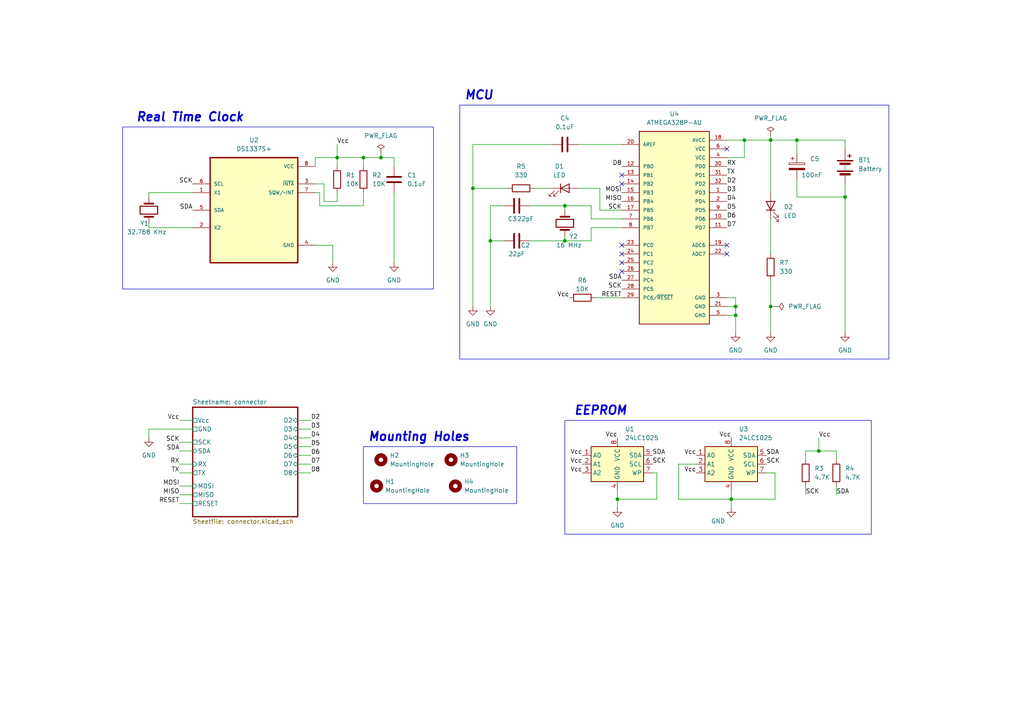
<source format=kicad_sch>
(kicad_sch (version 20230121) (generator eeschema)
  (paper "A4")
  (title_block (title "${project_name}") (date "2023-08-25") (rev "1"))
  (lib_symbols
    (symbol "ATMEGA328P-AU:ATMEGA328P-AU" (pin_names (offset 1.016))
      (property "Reference" "U4" (at 0 33.02 0))
      (property "Value" "ATMEGA328P-AU" (at 0 30.48 0))
      (symbol "ATMEGA328P-AU_0_0"
        (rectangle (start -10.16 27.94) (end 10.16 -27.94) (stroke (width 0.254)) (fill (type background)))
        (pin bidirectional line (at 15.24 10.16 180) (length 5.08) (name "PD3") (number "1"))
        (pin bidirectional line (at 15.24 2.54 180) (length 5.08) (name "PD6") (number "10"))
        (pin bidirectional line (at 15.24 0 180) (length 5.08) (name "PD7") (number "11"))
        (pin bidirectional line (at -15.24 17.78 0) (length 5.08) (name "PB0") (number "12"))
        (pin bidirectional line (at -15.24 15.24 0) (length 5.08) (name "PB1") (number "13"))
        (pin bidirectional line (at -15.24 12.7 0) (length 5.08) (name "PB2") (number "14"))
        (pin bidirectional line (at -15.24 10.16 0) (length 5.08) (name "PB3") (number "15"))
        (pin bidirectional line (at -15.24 7.62 0) (length 5.08) (name "PB4") (number "16"))
        (pin bidirectional line (at -15.24 5.08 0) (length 5.08) (name "PB5") (number "17"))
        (pin power_in line (at 15.24 25.4 180) (length 5.08) (name "AVCC") (number "18"))
        (pin bidirectional line (at 15.24 -5.08 180) (length 5.08) (name "ADC6") (number "19"))
        (pin bidirectional line (at 15.24 7.62 180) (length 5.08) (name "PD4") (number "2"))
        (pin power_in line (at 15.24 -22.86 180) (length 5.08) (name "GND") (number "21"))
        (pin bidirectional line (at 15.24 -7.62 180) (length 5.08) (name "ADC7") (number "22"))
        (pin bidirectional line (at -15.24 -5.08 0) (length 5.08) (name "PC0") (number "23"))
        (pin bidirectional line (at -15.24 -7.62 0) (length 5.08) (name "PC1") (number "24"))
        (pin bidirectional line (at -15.24 -10.16 0) (length 5.08) (name "PC2") (number "25"))
        (pin bidirectional line (at -15.24 -12.7 0) (length 5.08) (name "PC3") (number "26"))
        (pin bidirectional line (at -15.24 -15.24 0) (length 5.08) (name "PC4") (number "27"))
        (pin bidirectional line (at -15.24 -17.78 0) (length 5.08) (name "PC5") (number "28"))
        (pin bidirectional line (at -15.24 -20.32 0) (length 5.08) (name "PC6/~{RESET}") (number "29"))
        (pin power_in line (at 15.24 -20.32 180) (length 5.08) (name "GND") (number "3"))
        (pin bidirectional line (at 15.24 17.78 180) (length 5.08) (name "PD0") (number "30"))
        (pin bidirectional line (at 15.24 15.24 180) (length 5.08) (name "PD1") (number "31"))
        (pin bidirectional line (at 15.24 12.7 180) (length 5.08) (name "PD2") (number "32"))
        (pin power_in line (at 15.24 20.32 180) (length 5.08) (name "VCC") (number "4"))
        (pin power_in line (at 15.24 -25.4 180) (length 5.08) (name "GND") (number "5"))
        (pin power_in line (at 15.24 22.86 180) (length 5.08) (name "VCC") (number "6"))
        (pin bidirectional line (at -15.24 2.54 0) (length 5.08) (name "PB6") (number "7"))
        (pin bidirectional line (at -15.24 0 0) (length 5.08) (name "PB7") (number "8"))
        (pin bidirectional line (at 15.24 5.08 180) (length 5.08) (name "PD5") (number "9"))
      )
      (symbol "ATMEGA328P-AU_1_0"
        (pin input line (at -15.24 24.13 0) (length 5.08) (name "AREF") (number "20"))
      )
    )
    (symbol "DS1337S:DS1337S+" (pin_names (offset 1.016))
      (property "Reference" "U" (at -12.7 16.24 0))
      (property "Value" "DS1337S+" (at -12.7 -19.24 0))
      (symbol "DS1337S+_0_0"
        (rectangle (start -12.7 -15.24) (end 12.7 15.24) (stroke (width 0.41)) (fill (type background)))
        (pin input line (at -17.78 5.08 0) (length 5.08) (name "X1") (number "1"))
        (pin bidirectional line (at -17.78 -5.08 0) (length 5.08) (name "X2") (number "2"))
        (pin output line (at 17.78 7.62 180) (length 5.08) (name "~{INTA}") (number "3"))
        (pin power_in line (at 17.78 -10.16 180) (length 5.08) (name "GND") (number "4"))
        (pin bidirectional line (at -17.78 0 0) (length 5.08) (name "SDA") (number "5"))
        (pin input line (at -17.78 7.62 0) (length 5.08) (name "SCL") (number "6"))
        (pin output line (at 17.78 5.08 180) (length 5.08) (name "SQW/~INT") (number "7"))
        (pin power_in line (at 17.78 12.7 180) (length 5.08) (name "VCC") (number "8"))
      )
    )
    (symbol "Device:Battery" (pin_numbers hide) (pin_names (offset 0) hide)
      (property "Reference" "BT" (at 2.54 2.54 0))
      (property "Value" "Battery" (at 2.54 0 0))
      (symbol "Battery_0_1"
        (rectangle (start -2.286 -1.27) (end 2.286 -1.524) (fill (type outline)))
        (rectangle (start -2.286 1.778) (end 2.286 1.524) (fill (type outline)))
        (rectangle (start -1.524 -2.032) (end 1.524 -2.54) (fill (type outline)))
        (rectangle (start -1.524 1.016) (end 1.524 0.508) (fill (type outline)))
        (polyline (pts (xy 0 -1.016) (xy 0 -0.762)))
        (polyline (pts (xy 0 -0.508) (xy 0 -0.254)))
        (polyline (pts (xy 0 0) (xy 0 0.254)))
        (polyline (pts (xy 0 1.778) (xy 0 2.54)))
        (polyline (pts (xy 0.762 3.048) (xy 1.778 3.048)) (stroke (width 0.254)))
        (polyline (pts (xy 1.27 3.556) (xy 1.27 2.54)) (stroke (width 0.254)))
      )
      (symbol "Battery_1_1"
        (pin passive line (at 0 5.08 270) (length 2.54) (name "+") (number "1"))
        (pin passive line (at 0 -5.08 90) (length 2.54) (name "-") (number "2"))
      )
    )
    (symbol "Device:C" (pin_numbers hide) (pin_names (offset 0.254))
      (property "Reference" "C" (at 0.635 2.54 0))
      (property "Value" "C" (at 0.635 -2.54 0))
      (symbol "C_0_1"
        (polyline (pts (xy -2.032 -0.762) (xy 2.032 -0.762)) (stroke (width 0.508)))
        (polyline (pts (xy -2.032 0.762) (xy 2.032 0.762)) (stroke (width 0.508)))
      )
      (symbol "C_1_1"
        (pin passive line (at 0 3.81 270) (length 2.794) (name "~") (number "1"))
        (pin passive line (at 0 -3.81 90) (length 2.794) (name "~") (number "2"))
      )
    )
    (symbol "Device:C_Polarized" (pin_numbers hide) (pin_names (offset 0.254))
      (property "Reference" "C" (at 0.635 2.54 0))
      (property "Value" "C_Polarized" (at 0.635 -2.54 0))
      (symbol "C_Polarized_0_1"
        (rectangle (start -2.286 0.508) (end 2.286 1.016))
        (polyline (pts (xy -1.778 2.286) (xy -0.762 2.286)))
        (polyline (pts (xy -1.27 2.794) (xy -1.27 1.778)))
        (rectangle (start 2.286 -0.508) (end -2.286 -1.016) (fill (type outline)))
      )
      (symbol "C_Polarized_1_1"
        (pin passive line (at 0 3.81 270) (length 2.794) (name "~") (number "1"))
        (pin passive line (at 0 -3.81 90) (length 2.794) (name "~") (number "2"))
      )
    )
    (symbol "Device:Crystal" (pin_numbers hide) (pin_names (offset 1.016) hide)
      (property "Reference" "Y" (at 0 3.81 0))
      (property "Value" "Crystal" (at 0 -3.81 0))
      (symbol "Crystal_0_1"
        (rectangle (start -1.143 2.54) (end 1.143 -2.54) (stroke (width 0.3048)))
        (polyline (pts (xy -2.54 0) (xy -1.905 0)))
        (polyline (pts (xy -1.905 -1.27) (xy -1.905 1.27)) (stroke (width 0.508)))
        (polyline (pts (xy 1.905 -1.27) (xy 1.905 1.27)) (stroke (width 0.508)))
        (polyline (pts (xy 2.54 0) (xy 1.905 0)))
      )
      (symbol "Crystal_1_1"
        (pin passive line (at -3.81 0 0) (length 1.27) (name "1") (number "1"))
        (pin passive line (at 3.81 0 180) (length 1.27) (name "2") (number "2"))
      )
    )
    (symbol "Device:LED" (pin_numbers hide) (pin_names (offset 1.016) hide)
      (property "Reference" "D" (at 0 2.54 0))
      (property "Value" "LED" (at 0 -2.54 0))
      (symbol "LED_0_1"
        (polyline (pts (xy -1.27 -1.27) (xy -1.27 1.27)) (stroke (width 0.254)))
        (polyline (pts (xy -1.27 0) (xy 1.27 0)))
        (polyline (pts (xy 1.27 -1.27) (xy 1.27 1.27) (xy -1.27 0) (xy 1.27 -1.27)) (stroke (width 0.254)))
        (polyline (pts (xy -3.048 -0.762) (xy -4.572 -2.286) (xy -3.81 -2.286) (xy -4.572 -2.286) (xy -4.572 -1.524)))
        (polyline (pts (xy -1.778 -0.762) (xy -3.302 -2.286) (xy -2.54 -2.286) (xy -3.302 -2.286) (xy -3.302 -1.524)))
      )
      (symbol "LED_1_1"
        (pin passive line (at -3.81 0 0) (length 2.54) (name "K") (number "1"))
        (pin passive line (at 3.81 0 180) (length 2.54) (name "A") (number "2"))
      )
    )
    (symbol "Device:R" (pin_numbers hide) (pin_names (offset 0))
      (property "Reference" "R" (at 2.032 0 90))
      (property "Value" "R" (at 0 0 90))
      (symbol "R_0_1"
        (rectangle (start -1.016 -2.54) (end 1.016 2.54) (stroke (width 0.254)))
      )
      (symbol "R_1_1"
        (pin passive line (at 0 3.81 270) (length 1.27) (name "~") (number "1"))
        (pin passive line (at 0 -3.81 90) (length 1.27) (name "~") (number "2"))
      )
    )
    (symbol "Mechanical:MountingHole" (pin_names (offset 1.016))
      (property "Reference" "H" (at 0 5.08 0))
      (property "Value" "MountingHole" (at 0 3.175 0))
      (symbol "MountingHole_0_1"
        (circle (center 0 0) (radius 1.27) (stroke (width 1.27)))
      )
    )
    (symbol "Memory_EEPROM:24LC1025"
      (property "Reference" "U" (at -6.35 6.35 0))
      (property "Value" "24LC1025" (at 1.27 6.35 0))
      (symbol "24LC1025_1_1"
        (rectangle (start -7.62 5.08) (end 7.62 -5.08) (stroke (width 0.254)) (fill (type background)))
        (pin input line (at -10.16 2.54 0) (length 2.54) (name "A0") (number "1"))
        (pin input line (at -10.16 0 0) (length 2.54) (name "A1") (number "2"))
        (pin input line (at -10.16 -2.54 0) (length 2.54) (name "A2") (number "3"))
        (pin power_in line (at 0 -7.62 90) (length 2.54) (name "GND") (number "4"))
        (pin bidirectional line (at 10.16 2.54 180) (length 2.54) (name "SDA") (number "5"))
        (pin input line (at 10.16 0 180) (length 2.54) (name "SCL") (number "6"))
        (pin input line (at 10.16 -2.54 180) (length 2.54) (name "WP") (number "7"))
        (pin power_in line (at 0 7.62 270) (length 2.54) (name "VCC") (number "8"))
      )
    )
    (symbol "power:GND" (power) (pin_names (offset 0))
      (property "Value" "GND" (at 0 -3.81 0))
      (symbol "GND_0_1"
        (polyline (pts (xy 0 0) (xy 0 -1.27) (xy 1.27 -1.27) (xy 0 -2.54) (xy -1.27 -1.27) (xy 0 -1.27)))
      )
      (symbol "GND_1_1"
        (pin power_in line (at 0 0 270) (length 0) hide (name "GND") (number "1"))
      )
    )
    (symbol "power:PWR_FLAG" (power) (pin_numbers hide) (pin_names (offset 0) hide)
      (property "Value" "PWR_FLAG" (at 0 3.81 0))
      (symbol "PWR_FLAG_0_0"
        (pin power_out line (at 0 0 90) (length 0) (name "pwr") (number "1"))
      )
      (symbol "PWR_FLAG_0_1"
        (polyline (pts (xy 0 0) (xy 0 1.27) (xy -1.016 1.905) (xy 0 2.54) (xy 1.016 1.905) (xy 0 1.27)))
      )
    )
  )
  (junction (at 137.16 54.61))
  (junction (at 212.09 144.78))
  (junction (at 223.52 40.64))
  (junction (at 142.24 69.85))
  (junction (at 105.41 45.72))
  (junction (at 213.36 88.9))
  (junction (at 231.14 40.64))
  (junction (at 97.79 45.72))
  (junction (at 237.49 130.81))
  (junction (at 215.9 40.64))
  (junction (at 163.83 69.85))
  (junction (at 213.36 91.44))
  (junction (at 223.52 88.9))
  (junction (at 245.11 57.15))
  (junction (at 110.49 45.72))
  (junction (at 179.07 144.78))
  (junction (at 163.83 59.69))
  (no_connect (at 180.34 78.74))
  (no_connect (at 180.34 71.12))
  (no_connect (at 180.34 73.66))
  (no_connect (at 210.82 73.66))
  (no_connect (at 180.34 50.8))
  (no_connect (at 180.34 53.34))
  (no_connect (at 210.82 71.12))
  (no_connect (at 210.82 43.18))
  (no_connect (at 180.34 76.2))
  (wire (pts (xy 223.52 40.64) (xy 223.52 55.88)))
  (wire (pts (xy 171.45 66.04) (xy 171.45 69.85)))
  (wire (pts (xy 43.18 124.46) (xy 43.18 127)))
  (wire (pts (xy 210.82 40.64) (xy 215.9 40.64)))
  (wire (pts (xy 224.79 137.16) (xy 224.79 144.78)))
  (wire (pts (xy 86.36 127) (xy 90.17 127)))
  (wire (pts (xy 142.24 69.85) (xy 146.05 69.85)))
  (wire (pts (xy 52.07 130.81) (xy 55.88 130.81)))
  (wire (pts (xy 242.57 140.97) (xy 242.57 143.51)))
  (wire (pts (xy 52.07 128.27) (xy 55.88 128.27)))
  (wire (pts (xy 180.34 63.5) (xy 171.45 63.5)))
  (wire (pts (xy 43.18 124.46) (xy 55.88 124.46)))
  (wire (pts (xy 137.16 41.91) (xy 137.16 54.61)))
  (wire (pts (xy 92.71 55.88) (xy 92.71 59.69)))
  (wire (pts (xy 242.57 130.81) (xy 242.57 133.35)))
  (wire (pts (xy 86.36 134.62) (xy 90.17 134.62)))
  (wire (pts (xy 237.49 127) (xy 237.49 130.81)))
  (wire (pts (xy 171.45 59.69) (xy 163.83 59.69)))
  (wire (pts (xy 245.11 40.64) (xy 245.11 43.18)))
  (wire (pts (xy 223.52 88.9) (xy 223.52 96.52)))
  (wire (pts (xy 160.02 41.91) (xy 137.16 41.91)))
  (wire (pts (xy 196.85 134.62) (xy 196.85 144.78)))
  (wire (pts (xy 223.52 63.5) (xy 223.52 73.66)))
  (wire (pts (xy 147.32 54.61) (xy 137.16 54.61)))
  (wire (pts (xy 180.34 66.04) (xy 171.45 66.04)))
  (wire (pts (xy 245.11 57.15) (xy 245.11 96.52)))
  (wire (pts (xy 163.83 59.69) (xy 163.83 60.96)))
  (wire (pts (xy 110.49 44.45) (xy 110.49 45.72)))
  (wire (pts (xy 224.79 88.9) (xy 223.52 88.9)))
  (wire (pts (xy 167.64 41.91) (xy 180.34 41.91)))
  (wire (pts (xy 91.44 45.72) (xy 97.79 45.72)))
  (wire (pts (xy 97.79 41.91) (xy 97.79 45.72)))
  (wire (pts (xy 237.49 130.81) (xy 242.57 130.81)))
  (wire (pts (xy 173.99 60.96) (xy 173.99 54.61)))
  (wire (pts (xy 52.07 137.16) (xy 55.88 137.16)))
  (wire (pts (xy 223.52 40.64) (xy 231.14 40.64)))
  (wire (pts (xy 114.3 45.72) (xy 114.3 48.26)))
  (wire (pts (xy 105.41 45.72) (xy 105.41 48.26)))
  (wire (pts (xy 215.9 45.72) (xy 215.9 40.64)))
  (wire (pts (xy 224.79 144.78) (xy 212.09 144.78)))
  (wire (pts (xy 212.09 144.78) (xy 212.09 147.32)))
  (wire (pts (xy 86.36 121.92) (xy 90.17 121.92)))
  (wire (pts (xy 231.14 40.64) (xy 245.11 40.64)))
  (wire (pts (xy 245.11 53.34) (xy 245.11 57.15)))
  (wire (pts (xy 91.44 48.26) (xy 91.44 45.72)))
  (wire (pts (xy 223.52 39.37) (xy 223.52 40.64)))
  (wire (pts (xy 153.67 69.85) (xy 163.83 69.85)))
  (wire (pts (xy 231.14 52.07) (xy 231.14 57.15)))
  (wire (pts (xy 105.41 45.72) (xy 110.49 45.72)))
  (wire (pts (xy 171.45 63.5) (xy 171.45 59.69)))
  (wire (pts (xy 91.44 55.88) (xy 92.71 55.88)))
  (wire (pts (xy 52.07 146.05) (xy 55.88 146.05)))
  (wire (pts (xy 210.82 91.44) (xy 213.36 91.44)))
  (wire (pts (xy 93.98 58.42) (xy 97.79 58.42)))
  (wire (pts (xy 55.88 55.88) (xy 43.18 55.88)))
  (wire (pts (xy 86.36 129.54) (xy 90.17 129.54)))
  (wire (pts (xy 171.45 69.85) (xy 163.83 69.85)))
  (wire (pts (xy 91.44 53.34) (xy 93.98 53.34)))
  (wire (pts (xy 142.24 59.69) (xy 142.24 69.85)))
  (wire (pts (xy 231.14 40.64) (xy 231.14 44.45)))
  (wire (pts (xy 43.18 66.04) (xy 43.18 64.77)))
  (wire (pts (xy 231.14 57.15) (xy 245.11 57.15)))
  (wire (pts (xy 86.36 132.08) (xy 90.17 132.08)))
  (wire (pts (xy 92.71 59.69) (xy 105.41 59.69)))
  (wire (pts (xy 213.36 91.44) (xy 213.36 96.52)))
  (wire (pts (xy 233.68 140.97) (xy 233.68 143.51)))
  (wire (pts (xy 91.44 71.12) (xy 96.52 71.12)))
  (wire (pts (xy 190.5 144.78) (xy 179.07 144.78)))
  (wire (pts (xy 86.36 137.16) (xy 90.17 137.16)))
  (wire (pts (xy 215.9 40.64) (xy 223.52 40.64)))
  (wire (pts (xy 52.07 134.62) (xy 55.88 134.62)))
  (wire (pts (xy 86.36 124.46) (xy 90.17 124.46)))
  (wire (pts (xy 114.3 55.88) (xy 114.3 76.2)))
  (wire (pts (xy 96.52 71.12) (xy 96.52 76.2)))
  (wire (pts (xy 196.85 144.78) (xy 212.09 144.78)))
  (wire (pts (xy 213.36 88.9) (xy 213.36 91.44)))
  (wire (pts (xy 189.23 137.16) (xy 190.5 137.16)))
  (wire (pts (xy 210.82 86.36) (xy 213.36 86.36)))
  (wire (pts (xy 172.72 86.36) (xy 180.34 86.36)))
  (wire (pts (xy 137.16 54.61) (xy 137.16 88.9)))
  (wire (pts (xy 212.09 142.24) (xy 212.09 144.78)))
  (wire (pts (xy 52.07 143.51) (xy 55.88 143.51)))
  (wire (pts (xy 201.93 134.62) (xy 196.85 134.62)))
  (wire (pts (xy 153.67 59.69) (xy 163.83 59.69)))
  (wire (pts (xy 163.83 68.58) (xy 163.83 69.85)))
  (wire (pts (xy 97.79 45.72) (xy 97.79 48.26)))
  (wire (pts (xy 55.88 66.04) (xy 43.18 66.04)))
  (wire (pts (xy 173.99 54.61) (xy 167.64 54.61)))
  (wire (pts (xy 210.82 88.9) (xy 213.36 88.9)))
  (wire (pts (xy 52.07 140.97) (xy 55.88 140.97)))
  (wire (pts (xy 93.98 53.34) (xy 93.98 58.42)))
  (wire (pts (xy 180.34 60.96) (xy 173.99 60.96)))
  (wire (pts (xy 105.41 59.69) (xy 105.41 55.88)))
  (wire (pts (xy 154.94 54.61) (xy 160.02 54.61)))
  (wire (pts (xy 105.41 45.72) (xy 97.79 45.72)))
  (wire (pts (xy 190.5 137.16) (xy 190.5 144.78)))
  (wire (pts (xy 222.25 137.16) (xy 224.79 137.16)))
  (wire (pts (xy 97.79 58.42) (xy 97.79 55.88)))
  (wire (pts (xy 146.05 59.69) (xy 142.24 59.69)))
  (wire (pts (xy 213.36 86.36) (xy 213.36 88.9)))
  (wire (pts (xy 110.49 45.72) (xy 114.3 45.72)))
  (wire (pts (xy 179.07 144.78) (xy 179.07 147.32)))
  (wire (pts (xy 179.07 142.24) (xy 179.07 144.78)))
  (wire (pts (xy 233.68 130.81) (xy 237.49 130.81)))
  (wire (pts (xy 142.24 69.85) (xy 142.24 88.9)))
  (wire (pts (xy 223.52 81.28) (xy 223.52 88.9)))
  (wire (pts (xy 52.07 121.92) (xy 55.88 121.92)))
  (wire (pts (xy 210.82 45.72) (xy 215.9 45.72)))
  (wire (pts (xy 233.68 133.35) (xy 233.68 130.81)))
  (wire (pts (xy 43.18 55.88) (xy 43.18 57.15)))
  (rectangle (start 105.41 129.54) (end 149.86 146.05))
  (rectangle (start 133.35 30.48) (end 257.81 104.14))
  (rectangle (start 163.83 121.92) (end 252.73 154.94))
  (rectangle (start 35.56 36.83) (end 125.73 83.82))
  (text "MCU" (at 134.62 29.21 0) (effects (font (size 2.5 2.5) bold italic) (justify left bottom)))
  (text "EEPROM" (at 166.37 120.65 0) (effects (font (size 2.5 2.5) bold italic) (justify left bottom)))
  (text "Real Time Clock" (at 39.37 35.56 0) (effects (font (size 2.5 2.5) (thickness 0.5) bold italic) (justify left bottom)))
  (text "Mounting Holes" (at 106.68 128.27 0) (effects (font (size 2.5 2.5) bold italic) (justify left bottom)))
  (label "Vcc" (at 212.09 127 180))
  (label "RESET" (at 52.07 146.05 180))
  (label "Vcc" (at 168.91 132.08 180))
  (label "SCK" (at 189.23 134.62 0))
  (label "Vcc" (at 179.07 127 180))
  (label "TX" (at 52.07 137.16 180))
  (label "MISO" (at 52.07 143.51 180))
  (label "D3" (at 90.17 124.46 0))
  (label "D8" (at 180.34 48.26 180))
  (label "D4" (at 210.82 58.42 0))
  (label "D6" (at 210.82 63.5 0))
  (label "SDA" (at 180.34 81.28 180))
  (label "D8" (at 90.17 137.16 0))
  (label "RESET" (at 180.34 86.36 180))
  (label "Vcc" (at 168.91 137.16 180))
  (label "Vcc" (at 52.07 121.92 180))
  (label "TX" (at 210.82 50.8 0))
  (label "D5" (at 90.17 129.54 0))
  (label "Vcc" (at 168.91 134.62 180))
  (label "SDA" (at 242.57 143.51 0))
  (label "RX" (at 52.07 134.62 180))
  (label "Vcc" (at 201.93 137.16 180))
  (label "SDA" (at 52.07 130.81 180))
  (label "SCK" (at 180.34 60.96 180))
  (label "D6" (at 90.17 132.08 0))
  (label "D7" (at 90.17 134.62 0))
  (label "Vcc" (at 237.49 127 0))
  (label "SCK" (at 180.34 83.82 180))
  (label "D2" (at 90.17 121.92 0))
  (label "SCK" (at 222.25 134.62 0))
  (label "D2" (at 210.82 53.34 0))
  (label "SDA" (at 55.88 60.96 180))
  (label "RX" (at 210.82 48.26 0))
  (label "MOSI" (at 52.07 140.97 180))
  (label "SCK" (at 52.07 128.27 180))
  (label "Vcc" (at 201.93 132.08 180))
  (label "SDA" (at 189.23 132.08 0))
  (label "SDA" (at 222.25 132.08 0))
  (label "D5" (at 210.82 60.96 0))
  (label "SCK" (at 55.88 53.34 180))
  (label "MISO" (at 180.34 58.42 180))
  (label "MOSI" (at 180.34 55.88 180))
  (label "D3" (at 210.82 55.88 0))
  (label "D7" (at 210.82 66.04 0))
  (label "Vcc" (at 165.1 86.36 180))
  (label "Vcc" (at 97.79 41.91 0))
  (label "SCK" (at 233.68 143.51 0))
  (label "D4" (at 90.17 127 0))
  (symbol (lib_id "Mechanical:MountingHole") (at 109.22 140.97 0) (unit 1)
    (property "Reference" "H1" (at 111.76 139.7 0) (effects (justify left)))
    (property "Value" "MountingHole" (at 111.76 142.24 0) (effects (justify left)))
    (property "Footprint" "MountingHole:MountingHole_2.1mm" (effects hide))
  )
  (symbol (lib_id "Device:Crystal") (at 43.18 60.96 90) (unit 1)
    (property "Reference" "Y1" (at 40.64 64.77 90) (effects (justify right)))
    (property "Value" "32.768 KHz" (at 36.83 67.31 90) (effects (justify right)))
    (property "Footprint" "Crystal:Crystal_SMD_5032-2Pin_5.0x3.2mm_HandSoldering" (effects hide))
  )
  (symbol (lib_id "Device:C") (at 149.86 59.69 90) (unit 1)
    (property "Reference" "C3" (at 148.59 63.5 90))
    (property "Value" "22pF" (at 152.4 63.5 90))
    (property "Footprint" "Capacitor_SMD:C_0805_2012Metric" (effects hide))
  )
  (symbol (lib_id "power:GND") (at 142.24 88.9 0) (unit 1)
    (property "Reference" "#PWR08" (effects hide))
    (property "Value" "GND" (at 142.24 93.98 0))
  )
  (symbol (lib_id "power:PWR_FLAG") (at 110.49 44.45 0) (unit 1)
    (property "Reference" "#FLG03" (effects hide))
    (property "Value" "PWR_FLAG" (at 110.49 39.37 0))
  )
  (symbol (lib_id "power:GND") (at 43.18 127 0) (unit 1)
    (property "Reference" "#PWR010" (effects hide))
    (property "Value" "GND" (at 43.18 132.08 0))
  )
  (symbol (lib_id "Mechanical:MountingHole") (at 130.81 133.35 0) (unit 1)
    (property "Reference" "H3" (at 133.35 132.08 0) (effects (justify left)))
    (property "Value" "MountingHole" (at 133.35 134.62 0) (effects (justify left)))
    (property "Footprint" "MountingHole:MountingHole_2.1mm" (effects hide))
  )
  (symbol (lib_id "Device:LED") (at 223.52 59.69 90) (unit 1)
    (property "Reference" "D2" (at 227.33 60.0075 90) (effects (justify right)))
    (property "Value" "LED" (at 227.33 62.5475 90) (effects (justify right)))
    (property "Footprint" "LED_SMD:LED_0805_2012Metric" (effects hide))
  )
  (symbol (lib_id "Device:C") (at 114.3 52.07 0) (unit 1)
    (property "Reference" "C1" (at 118.11 50.8 0) (effects (justify left)))
    (property "Value" "0.1uF" (at 118.11 53.34 0) (effects (justify left)))
    (property "Footprint" "Capacitor_SMD:C_0805_2012Metric" (effects hide))
  )
  (symbol (lib_id "power:GND") (at 212.09 147.32 0) (unit 1)
    (property "Reference" "#PWR03" (effects hide))
    (property "Value" "GND" (at 208.28 151.13 0))
  )
  (symbol (lib_id "Device:R") (at 97.79 52.07 0) (unit 1)
    (property "Reference" "R1" (at 100.33 50.8 0) (effects (justify left)))
    (property "Value" "10K" (at 100.33 53.34 0) (effects (justify left)))
    (property "Footprint" "Resistor_SMD:R_0805_2012Metric" (effects hide))
  )
  (symbol (lib_id "Memory_EEPROM:24LC1025") (at 179.07 134.62 0) (unit 1)
    (property "Reference" "U1" (at 181.2641 124.46 0) (effects (justify left)))
    (property "Value" "24LC1025" (at 181.2641 127 0) (effects (justify left)))
    (property "Footprint" "Package_SO:SOIC-8_5.23x5.23mm_P1.27mm" (effects hide))
    (property "Datasheet" "http://ww1.microchip.com/downloads/en/DeviceDoc/21941B.pdf" (effects hide))
  )
  (symbol (lib_id "power:GND") (at 179.07 147.32 0) (unit 1)
    (property "Reference" "#PWR04" (effects hide))
    (property "Value" "GND" (at 179.07 152.4 0))
  )
  (symbol (lib_id "Device:R") (at 168.91 86.36 90) (unit 1)
    (property "Reference" "R6" (at 168.91 81.28 90))
    (property "Value" "10K" (at 168.91 83.82 90))
    (property "Footprint" "Resistor_SMD:R_0805_2012Metric" (effects hide))
  )
  (symbol (lib_id "Device:R") (at 151.13 54.61 90) (unit 1)
    (property "Reference" "R5" (at 151.13 48.26 90))
    (property "Value" "330" (at 151.13 50.8 90))
    (property "Footprint" "Resistor_SMD:R_0805_2012Metric" (effects hide))
  )
  (symbol (lib_id "Device:R") (at 242.57 137.16 0) (unit 1)
    (property "Reference" "R4" (at 245.11 135.89 0) (effects (justify left)))
    (property "Value" "4.7K" (at 245.11 138.43 0) (effects (justify left)))
    (property "Footprint" "Resistor_SMD:R_0805_2012Metric" (effects hide))
  )
  (symbol (lib_id "power:PWR_FLAG") (at 223.52 39.37 0) (unit 1)
    (property "Reference" "#FLG02" (effects hide))
    (property "Value" "PWR_FLAG" (at 223.52 34.29 0))
  )
  (symbol (lib_id "power:GND") (at 114.3 76.2 0) (unit 1)
    (property "Reference" "#PWR02" (effects hide))
    (property "Value" "GND" (at 114.3 81.28 0))
  )
  (symbol (lib_id "Device:LED") (at 163.83 54.61 0) (unit 1)
    (property "Reference" "D1" (at 162.2425 48.26 0))
    (property "Value" "LED" (at 162.2425 50.8 0))
    (property "Footprint" "LED_SMD:LED_0805_2012Metric" (effects hide))
  )
  (symbol (lib_id "power:PWR_FLAG") (at 224.79 88.9 270) (unit 1)
    (property "Reference" "#FLG01" (effects hide))
    (property "Value" "PWR_FLAG" (at 228.6 88.9 90) (effects (justify left)))
  )
  (symbol (lib_id "Mechanical:MountingHole") (at 132.08 140.97 0) (unit 1)
    (property "Reference" "H4" (at 134.62 139.7 0) (effects (justify left)))
    (property "Value" "MountingHole" (at 134.62 142.24 0) (effects (justify left)))
    (property "Footprint" "MountingHole:MountingHole_2.1mm" (effects hide))
  )
  (symbol (lib_id "power:GND") (at 96.52 76.2 0) (unit 1)
    (property "Reference" "#PWR01" (effects hide))
    (property "Value" "GND" (at 96.52 81.28 0))
  )
  (symbol (lib_id "Mechanical:MountingHole") (at 110.49 133.35 0) (unit 1)
    (property "Reference" "H2" (at 113.03 132.08 0) (effects (justify left)))
    (property "Value" "MountingHole" (at 113.03 134.62 0) (effects (justify left)))
    (property "Footprint" "MountingHole:MountingHole_2.1mm" (effects hide))
  )
  (symbol (lib_id "Device:Battery") (at 245.11 48.26 0) (unit 1)
    (property "Reference" "BT1" (at 248.92 46.4185 0) (effects (justify left)))
    (property "Value" "Battery" (at 248.92 48.9585 0) (effects (justify left)))
    (property "Footprint" "Connector_PinHeader_2.54mm:PinHeader_1x02_P2.54mm_Vertical" (effects hide))
  )
  (symbol (lib_id "power:GND") (at 223.52 96.52 0) (unit 1)
    (property "Reference" "#PWR05" (effects hide))
    (property "Value" "GND" (at 223.52 101.6 0))
  )
  (symbol (lib_id "DS1337S:DS1337S+") (at 73.66 60.96 0) (unit 1)
    (property "Reference" "U2" (at 73.66 40.64 0))
    (property "Value" "DS1337S+" (at 73.66 43.18 0))
    (property "Footprint" "DS1337S:SOIC127P600X175-8N" (effects hide))
    (property "MF" "Analog Devices" (effects hide))
    (property "Description" "\nReal Time Clock (RTC) IC Clock/Calendar - I²C, 2-Wire Serial 8-SOIC (0.154, 3.90mm Width)\n" (effects hide))
    (property "Package" "SOIC-8 Maxim" (effects hide))
    (property "Price" "None" (effects hide))
    (property "SnapEDA_Link" "https://www.snapeda.com/parts/DS1337S/Analog+Devices/view-part/?ref=snap" (effects hide))
    (property "MP" "DS1337S" (effects hide))
    (property "Purchase-URL" "https://pricing.snapeda.com/search?q=DS1337S&ref=eda" (effects hide))
    (property "Availability" "In Stock" (effects hide))
    (property "Check_prices" "https://www.snapeda.com/parts/DS1337S/Analog+Devices/view-part/?ref=eda" (effects hide))
  )
  (symbol (lib_id "power:GND") (at 213.36 96.52 0) (unit 1)
    (property "Reference" "#PWR07" (effects hide))
    (property "Value" "GND" (at 213.36 101.6 0))
  )
  (symbol (lib_id "Device:R") (at 233.68 137.16 0) (unit 1)
    (property "Reference" "R3" (at 236.22 135.89 0) (effects (justify left)))
    (property "Value" "4.7K" (at 236.22 138.43 0) (effects (justify left)))
    (property "Footprint" "Resistor_SMD:R_0805_2012Metric" (effects hide))
  )
  (symbol (lib_id "Device:C_Polarized") (at 231.14 48.26 0) (unit 1)
    (property "Reference" "C5" (at 234.95 46.101 0) (effects (justify left)))
    (property "Value" "100nF" (at 232.41 50.8 0) (effects (justify left)))
    (property "Footprint" "Capacitor_SMD:C_0805_2012Metric" (effects hide))
  )
  (symbol (lib_id "Memory_EEPROM:24LC1025") (at 212.09 134.62 0) (unit 1)
    (property "Reference" "U3" (at 214.2841 124.46 0) (effects (justify left)))
    (property "Value" "24LC1025" (at 214.2841 127 0) (effects (justify left)))
    (property "Footprint" "Package_SO:SOIC-8_5.23x5.23mm_P1.27mm" (effects hide))
    (property "Datasheet" "http://ww1.microchip.com/downloads/en/DeviceDoc/21941B.pdf" (effects hide))
  )
  (symbol (lib_id "Device:C") (at 149.86 69.85 90) (unit 1)
    (property "Reference" "C2" (at 152.4 71.12 90))
    (property "Value" "22pF" (at 149.86 73.66 90))
    (property "Footprint" "Capacitor_SMD:C_0805_2012Metric" (effects hide))
  )
  (symbol (lib_id "ATMEGA328P-AU:ATMEGA328P-AU") (at 195.58 66.04 0) (unit 1)
    (property "Reference" "U4" (at 195.58 33.02 0))
    (property "Value" "ATMEGA328P-AU" (at 195.58 35.56 0))
    (property "Footprint" "ATMEGA328P-AU:QFP80P900X900X120-32N" (effects hide))
    (property "MF" "Microchip" (effects hide))
    (property "MAXIMUM_PACKAGE_HEIGHT" "1.20mm" (effects hide))
    (property "Package" "TQFP-32 Microchip" (effects hide))
    (property "Price" "None" (effects hide))
    (property "Check_prices" "https://www.snapeda.com/parts/ATMEGA328P-AU/Microchip/view-part/?ref=eda" (effects hide))
    (property "STANDARD" "IPC-7351B" (effects hide))
    (property "PARTREV" "8271A" (effects hide))
    (property "SnapEDA_Link" "https://www.snapeda.com/parts/ATMEGA328P-AU/Microchip/view-part/?ref=snap" (effects hide))
    (property "MP" "ATMEGA328P-AU" (effects hide))
    (property "Purchase-URL" "https://pricing.snapeda.com/search?q=ATMEGA328P-AU&ref=eda" (effects hide))
    (property "Description" "\nAVR AVR® ATmega Microcontroller IC 8-Bit 20MHz 32KB (16K x 16) FLASH 32-TQFP (7x7)\n" (effects hide))
    (property "Availability" "In Stock" (effects hide))
    (property "MANUFACTURER" "Microchip" (effects hide))
  )
  (symbol (lib_id "Device:C") (at 163.83 41.91 90) (unit 1)
    (property "Reference" "C4" (at 163.83 34.29 90))
    (property "Value" "0.1uF" (at 163.83 36.83 90))
    (property "Footprint" "Capacitor_SMD:C_0805_2012Metric" (effects hide))
  )
  (symbol (lib_id "Device:Crystal") (at 163.83 64.77 90) (unit 1)
    (property "Reference" "Y2" (at 165.1 68.58 90) (effects (justify right)))
    (property "Value" "16 MHz" (at 161.29 71.12 90) (effects (justify right)))
    (property "Footprint" "Crystal:Crystal_SMD_5032-2Pin_5.0x3.2mm_HandSoldering" (effects hide))
  )
  (symbol (lib_id "Device:R") (at 223.52 77.47 0) (unit 1)
    (property "Reference" "R7" (at 226.06 76.2 0) (effects (justify left)))
    (property "Value" "330" (at 226.06 78.74 0) (effects (justify left)))
    (property "Footprint" "Resistor_SMD:R_0805_2012Metric" (effects hide))
  )
  (symbol (lib_id "power:GND") (at 137.16 88.9 0) (unit 1)
    (property "Reference" "#PWR09" (effects hide))
    (property "Value" "GND" (at 137.16 93.98 0))
  )
  (symbol (lib_id "power:GND") (at 245.11 96.52 0) (unit 1)
    (property "Reference" "#PWR06" (effects hide))
    (property "Value" "GND" (at 245.11 101.6 0))
  )
  (symbol (lib_id "Device:R") (at 105.41 52.07 0) (unit 1)
    (property "Reference" "R2" (at 107.95 50.8 0) (effects (justify left)))
    (property "Value" "10K" (at 107.95 53.34 0) (effects (justify left)))
    (property "Footprint" "Resistor_SMD:R_0805_2012Metric" (effects hide))
  )
  (sheet (at 55.88 118.11) (size 30.48 31.75) (stroke (width 0.3))
    (property "Sheetname" "connector" (at 55.88 117.3246 0) (show_name) (effects (justify left bottom)))
    (property "Sheetfile" "connector.kicad_sch" (at 55.88 150.5184 0) (show_name) (effects (justify left top)))
    (pin "SDA" bidirectional (at 55.88 130.81 180))
    (pin "Vcc" passive (at 55.88 121.92 180))
    (pin "GND" passive (at 55.88 124.46 180))
    (pin "SCK" passive (at 55.88 128.27 180))
    (pin "D6" bidirectional (at 86.36 132.08 0))
    (pin "D8" bidirectional (at 86.36 137.16 0))
    (pin "D7" bidirectional (at 86.36 134.62 0))
    (pin "RX" input (at 55.88 134.62 180))
    (pin "TX" output (at 55.88 137.16 180))
    (pin "D4" bidirectional (at 86.36 127 0))
    (pin "D2" bidirectional (at 86.36 121.92 0))
    (pin "D3" bidirectional (at 86.36 124.46 0))
    (pin "D5" bidirectional (at 86.36 129.54 0))
    (pin "MOSI" input (at 55.88 140.97 180))
    (pin "MISO" output (at 55.88 143.51 180))
    (pin "RESET" passive (at 55.88 146.05 180))
  )
)
</source>
